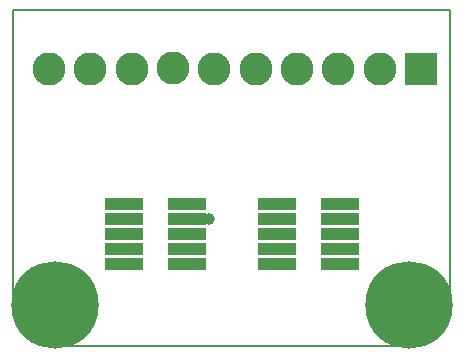
<source format=gts>
G04 #@! TF.FileFunction,Soldermask,Top*
%FSLAX46Y46*%
G04 Gerber Fmt 4.6, Leading zero omitted, Abs format (unit mm)*
G04 Created by KiCad (PCBNEW 4.0.2-stable) date 21/05/2016 00:23:07*
%MOMM*%
G01*
G04 APERTURE LIST*
%ADD10C,0.100000*%
%ADD11C,0.150000*%
%ADD12C,2.800000*%
%ADD13R,2.800000X2.800000*%
%ADD14C,7.400000*%
%ADD15R,3.190000X1.140000*%
%ADD16C,1.000000*%
G04 APERTURE END LIST*
D10*
D11*
X0Y28500000D02*
X0Y3500000D01*
X37000000Y28500000D02*
X0Y28500000D01*
X37000000Y3500000D02*
X37000000Y28500000D01*
X3500000Y0D02*
X33500000Y0D01*
X33500000Y0D02*
G75*
G03X37000000Y3500000I0J3500000D01*
G01*
X0Y3500000D02*
G75*
G03X3500000Y0I3500000J0D01*
G01*
D12*
X27500000Y23500000D03*
X31000000Y23500000D03*
X24000000Y23500000D03*
X20500000Y23500000D03*
X17000000Y23500000D03*
X13500000Y23531729D03*
D13*
X34500000Y23500000D03*
D12*
X10000000Y23500000D03*
X6500000Y23500000D03*
X3000000Y23500000D03*
D14*
X3500000Y3500000D03*
X33500000Y3500000D03*
D15*
X9340000Y10770000D03*
X14660000Y10770000D03*
X9340000Y9500000D03*
X14660000Y9500000D03*
X14660000Y6960000D03*
X9340000Y6960000D03*
X14660000Y8230000D03*
X9340000Y8230000D03*
X9340000Y12040000D03*
X14660000Y12040000D03*
X22340000Y10770000D03*
X27660000Y10770000D03*
X22340000Y9500000D03*
X27660000Y9500000D03*
X27660000Y6960000D03*
X22340000Y6960000D03*
X27660000Y8230000D03*
X22340000Y8230000D03*
X22340000Y12040000D03*
X27660000Y12040000D03*
D16*
X16558800Y10770000D03*
M02*

</source>
